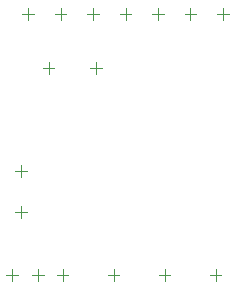
<source format=gbr>
%TF.GenerationSoftware,Altium Limited,Altium Designer,20.2.6 (244)*%
G04 Layer_Color=0*
%FSLAX26Y26*%
%MOIN*%
%TF.SameCoordinates,2EAD6035-BE33-4F7B-B0E7-EE8266E33042*%
%TF.FilePolarity,Positive*%
%TF.FileFunction,Other,Top_Component_Center*%
%TF.Part,Single*%
G01*
G75*
%TA.AperFunction,NonConductor*%
%ADD51C,0.003937*%
D51*
X55000Y295276D02*
Y334646D01*
X35315Y314961D02*
X74685D01*
X140000Y295276D02*
Y334646D01*
X120315Y314961D02*
X159685D01*
X563071Y295276D02*
Y334646D01*
X543386Y314961D02*
X582756D01*
X733071Y295276D02*
Y334646D01*
X713386Y314961D02*
X752756D01*
X521654Y1185039D02*
X561024D01*
X541339Y1165354D02*
Y1204724D01*
X413386Y1185039D02*
X452756D01*
X433071Y1165354D02*
Y1204724D01*
X85000Y503740D02*
Y543110D01*
X65315Y523425D02*
X104685D01*
X85000Y639764D02*
Y679134D01*
X65315Y659449D02*
X104685D01*
X196850Y1185039D02*
X236220D01*
X216535Y1165354D02*
Y1204724D01*
X88583Y1185039D02*
X127953D01*
X108268Y1165354D02*
Y1204724D01*
X305118Y1185039D02*
X344488D01*
X324803Y1165354D02*
Y1204724D01*
X373386Y314961D02*
X412756D01*
X393071Y295276D02*
Y334646D01*
X203386Y314961D02*
X242756D01*
X223071Y295276D02*
Y334646D01*
X738189Y1185039D02*
X777559D01*
X757874Y1165354D02*
Y1204724D01*
X629921Y1185039D02*
X669291D01*
X649606Y1165354D02*
Y1204724D01*
X176535Y984252D02*
Y1023622D01*
X156850Y1003937D02*
X196220D01*
X334016Y984252D02*
Y1023622D01*
X314331Y1003937D02*
X353701D01*
%TF.MD5,823f338b7a0e969c7b7ad9dc5802de21*%
M02*

</source>
